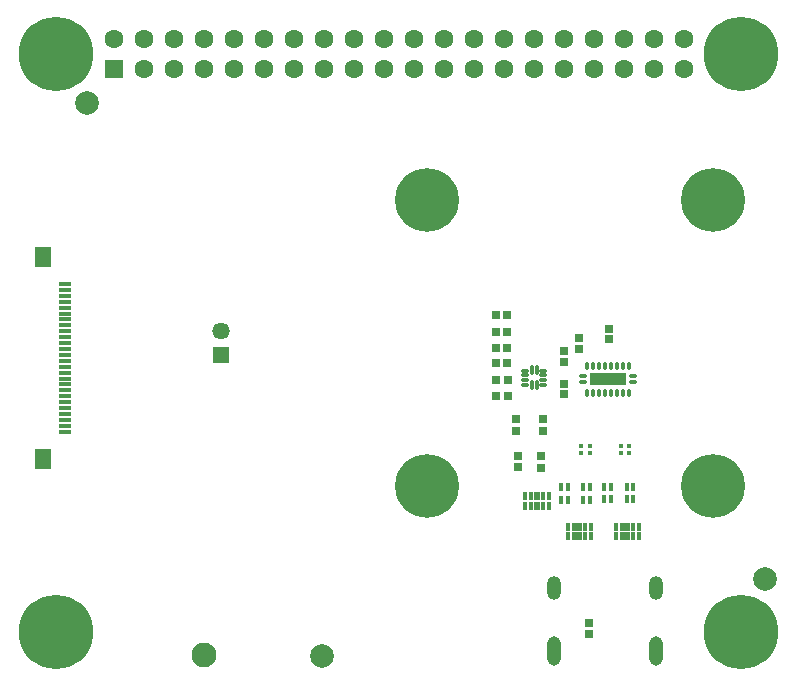
<source format=gbs>
G04*
G04 #@! TF.GenerationSoftware,Altium Limited,Altium Designer,19.1.8 (144)*
G04*
G04 Layer_Color=16711935*
%FSLAX44Y44*%
%MOMM*%
G71*
G01*
G75*
%ADD49R,0.7516X0.6516*%
%ADD53C,2.0000*%
%ADD60R,0.7216X0.7216*%
%ADD61R,1.1016X0.4016*%
%ADD62R,1.4016X1.7516*%
%ADD64R,0.6516X0.7516*%
%ADD66R,0.4016X0.7016*%
%ADD67C,5.4000*%
%ADD68R,1.6016X1.6016*%
%ADD69C,1.6016*%
%ADD70O,1.2000X2.0000*%
%ADD71O,1.2000X2.5000*%
%ADD72C,2.1016*%
%ADD73C,1.4696*%
%ADD74R,1.4696X1.4696*%
%ADD75C,6.3016*%
G04:AMPARAMS|DCode=108|XSize=0.3mm|YSize=0.6mm|CornerRadius=0.06mm|HoleSize=0mm|Usage=FLASHONLY|Rotation=90.000|XOffset=0mm|YOffset=0mm|HoleType=Round|Shape=RoundedRectangle|*
%AMROUNDEDRECTD108*
21,1,0.3000,0.4800,0,0,90.0*
21,1,0.1800,0.6000,0,0,90.0*
1,1,0.1200,0.2400,0.0900*
1,1,0.1200,0.2400,-0.0900*
1,1,0.1200,-0.2400,-0.0900*
1,1,0.1200,-0.2400,0.0900*
%
%ADD108ROUNDEDRECTD108*%
G04:AMPARAMS|DCode=109|XSize=0.3mm|YSize=0.8mm|CornerRadius=0.06mm|HoleSize=0mm|Usage=FLASHONLY|Rotation=180.000|XOffset=0mm|YOffset=0mm|HoleType=Round|Shape=RoundedRectangle|*
%AMROUNDEDRECTD109*
21,1,0.3000,0.6800,0,0,180.0*
21,1,0.1800,0.8000,0,0,180.0*
1,1,0.1200,-0.0900,0.3400*
1,1,0.1200,0.0900,0.3400*
1,1,0.1200,0.0900,-0.3400*
1,1,0.1200,-0.0900,-0.3400*
%
%ADD109ROUNDEDRECTD109*%
G04:AMPARAMS|DCode=110|XSize=0.32mm|YSize=0.67mm|CornerRadius=0.06mm|HoleSize=0mm|Usage=FLASHONLY|Rotation=180.000|XOffset=0mm|YOffset=0mm|HoleType=Round|Shape=RoundedRectangle|*
%AMROUNDEDRECTD110*
21,1,0.3200,0.5500,0,0,180.0*
21,1,0.2000,0.6700,0,0,180.0*
1,1,0.1200,-0.1000,0.2750*
1,1,0.1200,0.1000,0.2750*
1,1,0.1200,0.1000,-0.2750*
1,1,0.1200,-0.1000,-0.2750*
%
%ADD110ROUNDEDRECTD110*%
G04:AMPARAMS|DCode=111|XSize=1.07mm|YSize=3.07mm|CornerRadius=0.085mm|HoleSize=0mm|Usage=FLASHONLY|Rotation=270.000|XOffset=0mm|YOffset=0mm|HoleType=Round|Shape=RoundedRectangle|*
%AMROUNDEDRECTD111*
21,1,1.0700,2.9000,0,0,270.0*
21,1,0.9000,3.0700,0,0,270.0*
1,1,0.1700,-1.4500,-0.4500*
1,1,0.1700,-1.4500,0.4500*
1,1,0.1700,1.4500,0.4500*
1,1,0.1700,1.4500,-0.4500*
%
%ADD111ROUNDEDRECTD111*%
G04:AMPARAMS|DCode=112|XSize=0.32mm|YSize=0.67mm|CornerRadius=0.06mm|HoleSize=0mm|Usage=FLASHONLY|Rotation=270.000|XOffset=0mm|YOffset=0mm|HoleType=Round|Shape=RoundedRectangle|*
%AMROUNDEDRECTD112*
21,1,0.3200,0.5500,0,0,270.0*
21,1,0.2000,0.6700,0,0,270.0*
1,1,0.1200,-0.2750,-0.1000*
1,1,0.1200,-0.2750,0.1000*
1,1,0.1200,0.2750,0.1000*
1,1,0.1200,0.2750,-0.1000*
%
%ADD112ROUNDEDRECTD112*%
%ADD113R,0.4000X0.6500*%
%ADD114R,0.5000X0.6500*%
%ADD115R,0.4216X0.4616*%
%ADD116R,0.7216X0.7216*%
D49*
X477420Y274574D02*
D03*
Y284574D02*
D03*
X464799Y263697D02*
D03*
Y273697D02*
D03*
X447305Y205979D02*
D03*
Y215979D02*
D03*
X424439Y205887D02*
D03*
Y215887D02*
D03*
X445805Y174480D02*
D03*
Y184480D02*
D03*
X425804Y174676D02*
D03*
Y184676D02*
D03*
D53*
X61000Y483000D02*
D03*
X635000Y80000D02*
D03*
X260000Y15000D02*
D03*
D60*
X486445Y34041D02*
D03*
Y43041D02*
D03*
X503258Y292082D02*
D03*
Y283082D02*
D03*
X464799Y245775D02*
D03*
Y236775D02*
D03*
D61*
X42720Y330007D02*
D03*
Y310007D02*
D03*
Y290007D02*
D03*
Y270007D02*
D03*
Y265007D02*
D03*
Y245007D02*
D03*
Y225007D02*
D03*
Y205007D02*
D03*
Y320007D02*
D03*
Y325007D02*
D03*
Y315007D02*
D03*
Y300007D02*
D03*
Y305007D02*
D03*
Y295007D02*
D03*
Y280007D02*
D03*
Y285007D02*
D03*
Y275007D02*
D03*
Y260007D02*
D03*
Y255007D02*
D03*
Y250007D02*
D03*
Y235007D02*
D03*
Y240007D02*
D03*
Y230007D02*
D03*
Y215007D02*
D03*
Y220007D02*
D03*
Y210007D02*
D03*
D62*
X23720Y182257D02*
D03*
Y352757D02*
D03*
D64*
X416999Y289366D02*
D03*
X406999D02*
D03*
X416999Y275824D02*
D03*
X406999D02*
D03*
X417099Y234998D02*
D03*
X407099D02*
D03*
X417099Y248749D02*
D03*
X407099D02*
D03*
X417000Y263000D02*
D03*
X407000D02*
D03*
D66*
X523749Y147870D02*
D03*
X518249Y158370D02*
D03*
X523749D02*
D03*
X518249Y147870D02*
D03*
X462750Y147525D02*
D03*
X468250D02*
D03*
X462750Y158025D02*
D03*
X468250D02*
D03*
X486548Y147525D02*
D03*
Y158025D02*
D03*
X481049D02*
D03*
Y147525D02*
D03*
X499178Y158119D02*
D03*
X504678D02*
D03*
Y147620D02*
D03*
X499178D02*
D03*
D67*
X591000Y159000D02*
D03*
X349000Y401000D02*
D03*
X591000D02*
D03*
X349000Y159000D02*
D03*
D68*
X83700Y512300D02*
D03*
D69*
Y537700D02*
D03*
X109100Y512300D02*
D03*
Y537700D02*
D03*
X134500Y512300D02*
D03*
Y537700D02*
D03*
X159900Y512300D02*
D03*
Y537700D02*
D03*
X185300Y512300D02*
D03*
Y537700D02*
D03*
X210700Y512300D02*
D03*
Y537700D02*
D03*
X236100Y512300D02*
D03*
Y537700D02*
D03*
X261500Y512300D02*
D03*
Y537700D02*
D03*
X286900Y512300D02*
D03*
Y537700D02*
D03*
X312300Y512300D02*
D03*
Y537700D02*
D03*
X337700Y512300D02*
D03*
Y537700D02*
D03*
X363100Y512300D02*
D03*
Y537700D02*
D03*
X388500Y512300D02*
D03*
Y537700D02*
D03*
X413900Y512300D02*
D03*
Y537700D02*
D03*
X439300Y512300D02*
D03*
Y537700D02*
D03*
X464700Y512300D02*
D03*
Y537700D02*
D03*
X566300D02*
D03*
Y512300D02*
D03*
X540900Y537700D02*
D03*
Y512300D02*
D03*
X515500Y537700D02*
D03*
Y512300D02*
D03*
X490100Y537700D02*
D03*
Y512300D02*
D03*
D70*
X543200Y72900D02*
D03*
X456800D02*
D03*
D71*
X543200Y19300D02*
D03*
X456800D02*
D03*
D72*
X160000Y16250D02*
D03*
D73*
X174500Y290000D02*
D03*
D74*
Y270000D02*
D03*
D75*
X615000Y35000D02*
D03*
Y524750D02*
D03*
X35000Y35000D02*
D03*
Y525000D02*
D03*
D108*
X447149Y244749D02*
D03*
Y248749D02*
D03*
Y252749D02*
D03*
Y256749D02*
D03*
X432149D02*
D03*
Y252749D02*
D03*
Y248749D02*
D03*
Y244749D02*
D03*
D109*
X441648Y257249D02*
D03*
X437648D02*
D03*
Y244249D02*
D03*
X441648D02*
D03*
D110*
X509749Y260999D02*
D03*
X514749D02*
D03*
X494749D02*
D03*
X489749D02*
D03*
X484749D02*
D03*
X499749D02*
D03*
X504749D02*
D03*
X519749D02*
D03*
X514749Y237999D02*
D03*
X519749D02*
D03*
X494749D02*
D03*
X499749D02*
D03*
X504749D02*
D03*
X509749D02*
D03*
X484749D02*
D03*
X489749D02*
D03*
D111*
X502249Y249499D02*
D03*
D112*
X523749Y251999D02*
D03*
Y246999D02*
D03*
X480749D02*
D03*
Y251999D02*
D03*
D113*
X452277Y150175D02*
D03*
X447277D02*
D03*
X437277D02*
D03*
X432277D02*
D03*
Y142375D02*
D03*
X437277D02*
D03*
X447277D02*
D03*
X452277D02*
D03*
X472999Y116625D02*
D03*
X467999Y124425D02*
D03*
X472999D02*
D03*
X487999Y116625D02*
D03*
X482999Y124425D02*
D03*
X487999D02*
D03*
X467999Y116625D02*
D03*
X482999D02*
D03*
X523669Y124679D02*
D03*
X528669D02*
D03*
X513669Y116879D02*
D03*
X508669D02*
D03*
Y124679D02*
D03*
X513669D02*
D03*
X523669Y116879D02*
D03*
X528669D02*
D03*
D114*
X442278Y150175D02*
D03*
Y142375D02*
D03*
X477999Y116625D02*
D03*
Y124425D02*
D03*
X518669Y116879D02*
D03*
Y124679D02*
D03*
D115*
X520319Y187225D02*
D03*
Y192825D02*
D03*
X479350Y186943D02*
D03*
Y192543D02*
D03*
X486552Y186943D02*
D03*
Y192543D02*
D03*
X513319Y187225D02*
D03*
Y192825D02*
D03*
D116*
X416499Y303499D02*
D03*
X407499D02*
D03*
M02*

</source>
